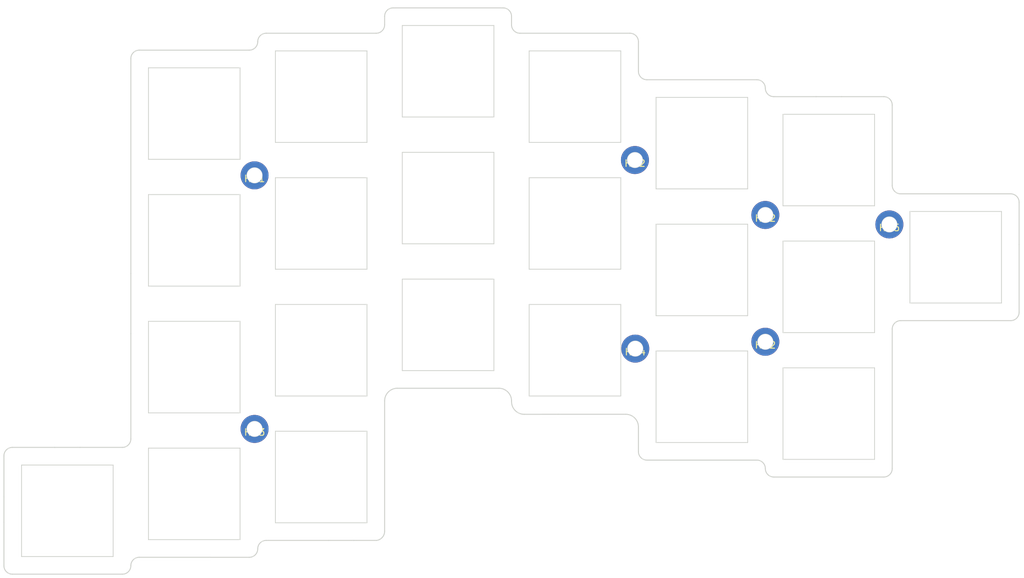
<source format=kicad_pcb>
(kicad_pcb (version 20211014) (generator pcbnew)
  (layers (0 "F.Cu" signal) (31 "B.Cu" signal) (34 "B.Paste" user) (35 "F.Paste" user) (36 "B.SilkS" user "B.Silkscreen") (37 "F.SilkS" user "F.Silkscreen") (38 "B.Mask" user) (39 "F.Mask" user) (44 "Edge.Cuts" user))
  (net 0 "")
  (net 1 "GND")
  (footprint "kbd:SW_Hole_Plastic" (layer "F.Cu") (at 88.9 86.36)
    (fp_text reference "SW13" hide)
    (fp_text value "SW_PUSH" hide)
    (fp_line (start -6.875 -6.875) (end -6.875 6.875) (layer "Edge.Cuts") (width 0.12))
    (fp_line (start 6.875 -6.875) (end -6.875 -6.875) (layer "Edge.Cuts") (width 0.12))
    (fp_line (start 6.875 6.875) (end 6.875 -6.875) (layer "Edge.Cuts") (width 0.12))
    (fp_line (start -6.875 6.875) (end 6.875 6.875) (layer "Edge.Cuts") (width 0.12))
  )
  (footprint "kbd:SW_Hole_Plastic" (layer "F.Cu") (at 165.1 76.2)
    (fp_text reference "SW22" hide)
    (fp_text value "SW_PUSH" hide)
    (fp_line (start -6.875 -6.875) (end -6.875 6.875) (layer "Edge.Cuts") (width 0.12))
    (fp_line (start 6.875 6.875) (end 6.875 -6.875) (layer "Edge.Cuts") (width 0.12))
    (fp_line (start 6.875 -6.875) (end -6.875 -6.875) (layer "Edge.Cuts") (width 0.12))
    (fp_line (start -6.875 6.875) (end 6.875 6.875) (layer "Edge.Cuts") (width 0.12))
  )
  (footprint "kbd:SW_Hole_Plastic" (layer "F.Cu") (at 146.05 99.695)
    (fp_text reference "SW21" hide)
    (fp_text value "SW_PUSH" hide)
    (fp_line (start -6.875 6.875) (end 6.875 6.875) (layer "Edge.Cuts") (width 0.12))
    (fp_line (start 6.875 -6.875) (end -6.875 -6.875) (layer "Edge.Cuts") (width 0.12))
    (fp_line (start 6.875 6.875) (end 6.875 -6.875) (layer "Edge.Cuts") (width 0.12))
    (fp_line (start -6.875 -6.875) (end -6.875 6.875) (layer "Edge.Cuts") (width 0.12))
  )
  (footprint "kbd:SW_Hole_Plastic" (layer "F.Cu") (at 146.05 80.645)
    (fp_text reference "SW20" hide)
    (fp_text value "SW_PUSH" hide)
    (fp_line (start 6.875 -6.875) (end -6.875 -6.875) (layer "Edge.Cuts") (width 0.12))
    (fp_line (start -6.875 6.875) (end 6.875 6.875) (layer "Edge.Cuts") (width 0.12))
    (fp_line (start 6.875 6.875) (end 6.875 -6.875) (layer "Edge.Cuts") (width 0.12))
    (fp_line (start -6.875 -6.875) (end -6.875 6.875) (layer "Edge.Cuts") (width 0.12))
  )
  (footprint "kbd:SW_Hole_Plastic" (layer "F.Cu") (at 146.05 61.595)
    (fp_text reference "SW19" hide)
    (fp_text value "SW_PUSH" hide)
    (fp_line (start -6.875 6.875) (end 6.875 6.875) (layer "Edge.Cuts") (width 0.12))
    (fp_line (start 6.875 -6.875) (end -6.875 -6.875) (layer "Edge.Cuts") (width 0.12))
    (fp_line (start 6.875 6.875) (end 6.875 -6.875) (layer "Edge.Cuts") (width 0.12))
    (fp_line (start -6.875 -6.875) (end -6.875 6.875) (layer "Edge.Cuts") (width 0.12))
  )
  (footprint "kbd:SW_Hole_Plastic" (layer "F.Cu") (at 31.75 114.295 180)
    (fp_text reference "SW18" hide)
    (fp_text value "SW_PUSH" hide)
    (fp_line (start -6.875 6.875) (end 6.875 6.875) (layer "Edge.Cuts") (width 0.12))
    (fp_line (start 6.875 6.875) (end 6.875 -6.875) (layer "Edge.Cuts") (width 0.12))
    (fp_line (start 6.875 -6.875) (end -6.875 -6.875) (layer "Edge.Cuts") (width 0.12))
    (fp_line (start -6.875 -6.875) (end -6.875 6.875) (layer "Edge.Cuts") (width 0.12))
  )
  (footprint "kbd:SW_Hole_Plastic" (layer "F.Cu") (at 69.85 109.22 180)
    (fp_text reference "SW17" hide)
    (fp_text value "SW_PUSH" hide)
    (fp_line (start -6.875 -6.875) (end -6.875 6.875) (layer "Edge.Cuts") (width 0.12))
    (fp_line (start -6.875 6.875) (end 6.875 6.875) (layer "Edge.Cuts") (width 0.12))
    (fp_line (start 6.875 -6.875) (end -6.875 -6.875) (layer "Edge.Cuts") (width 0.12))
    (fp_line (start 6.875 6.875) (end 6.875 -6.875) (layer "Edge.Cuts") (width 0.12))
  )
  (footprint "kbd:SW_Hole_Plastic" (layer "F.Cu") (at 50.8 111.76 180)
    (fp_text reference "SW16" hide)
    (fp_text value "SW_PUSH" hide)
    (fp_line (start 6.875 -6.875) (end -6.875 -6.875) (layer "Edge.Cuts") (width 0.12))
    (fp_line (start -6.875 -6.875) (end -6.875 6.875) (layer "Edge.Cuts") (width 0.12))
    (fp_line (start -6.875 6.875) (end 6.875 6.875) (layer "Edge.Cuts") (width 0.12))
    (fp_line (start 6.875 6.875) (end 6.875 -6.875) (layer "Edge.Cuts") (width 0.12))
  )
  (footprint "kbd:SW_Hole_Plastic" (layer "F.Cu") (at 127 97.155)
    (fp_text reference "SW15" hide)
    (fp_text value "SW_PUSH" hide)
    (fp_line (start -6.875 6.875) (end 6.875 6.875) (layer "Edge.Cuts") (width 0.12))
    (fp_line (start 6.875 -6.875) (end -6.875 -6.875) (layer "Edge.Cuts") (width 0.12))
    (fp_line (start -6.875 -6.875) (end -6.875 6.875) (layer "Edge.Cuts") (width 0.12))
    (fp_line (start 6.875 6.875) (end 6.875 -6.875) (layer "Edge.Cuts") (width 0.12))
  )
  (footprint "kbd:SW_Hole_Plastic" (layer "F.Cu") (at 107.95 90.17)
    (fp_text reference "SW14" hide)
    (fp_text value "SW_PUSH" hide)
    (fp_line (start 6.875 -6.875) (end -6.875 -6.875) (layer "Edge.Cuts") (width 0.12))
    (fp_line (start -6.875 -6.875) (end -6.875 6.875) (layer "Edge.Cuts") (width 0.12))
    (fp_line (start -6.875 6.875) (end 6.875 6.875) (layer "Edge.Cuts") (width 0.12))
    (fp_line (start 6.875 6.875) (end 6.875 -6.875) (layer "Edge.Cuts") (width 0.12))
  )
  (footprint "kbd:SW_Hole_Plastic" (layer "F.Cu") (at 50.8 54.61)
    (fp_text reference "SW1" hide)
    (fp_text value "SW_PUSH" hide)
    (fp_line (start 6.875 6.875) (end 6.875 -6.875) (layer "Edge.Cuts") (width 0.12))
    (fp_line (start -6.875 6.875) (end 6.875 6.875) (layer "Edge.Cuts") (width 0.12))
    (fp_line (start 6.875 -6.875) (end -6.875 -6.875) (layer "Edge.Cuts") (width 0.12))
    (fp_line (start -6.875 -6.875) (end -6.875 6.875) (layer "Edge.Cuts") (width 0.12))
  )
  (footprint "kbd:SW_Hole_Plastic" (layer "F.Cu") (at 69.85 90.17)
    (fp_text reference "SW12" hide)
    (fp_text value "SW_PUSH" hide)
    (fp_line (start -6.875 -6.875) (end -6.875 6.875) (layer "Edge.Cuts") (width 0.12))
    (fp_line (start -6.875 6.875) (end 6.875 6.875) (layer "Edge.Cuts") (width 0.12))
    (fp_line (start 6.875 -6.875) (end -6.875 -6.875) (layer "Edge.Cuts") (width 0.12))
    (fp_line (start 6.875 6.875) (end 6.875 -6.875) (layer "Edge.Cuts") (width 0.12))
  )
  (footprint "kbd:SW_Hole_Plastic" (layer "F.Cu") (at 50.8 92.71 180)
    (fp_text reference "SW11" hide)
    (fp_text value "SW_PUSH" hide)
    (fp_line (start -6.875 6.875) (end 6.875 6.875) (layer "Edge.Cuts") (width 0.12))
    (fp_line (start -6.875 -6.875) (end -6.875 6.875) (layer "Edge.Cuts") (width 0.12))
    (fp_line (start 6.875 -6.875) (end -6.875 -6.875) (layer "Edge.Cuts") (width 0.12))
    (fp_line (start 6.875 6.875) (end 6.875 -6.875) (layer "Edge.Cuts") (width 0.12))
  )
  (footprint "kbd:SW_Hole_Plastic" (layer "F.Cu") (at 127 78.105)
    (fp_text reference "SW10" hide)
    (fp_text value "SW_PUSH" hide)
    (fp_line (start -6.875 6.875) (end 6.875 6.875) (layer "Edge.Cuts") (width 0.12))
    (fp_line (start 6.875 6.875) (end 6.875 -6.875) (layer "Edge.Cuts") (width 0.12))
    (fp_line (start 6.875 -6.875) (end -6.875 -6.875) (layer "Edge.Cuts") (width 0.12))
    (fp_line (start -6.875 -6.875) (end -6.875 6.875) (layer "Edge.Cuts") (width 0.12))
  )
  (footprint "kbd:SW_Hole_Plastic" (layer "F.Cu") (at 107.95 71.12)
    (fp_text reference "SW9" hide)
    (fp_text value "SW_PUSH" hide)
    (fp_line (start -6.875 6.875) (end 6.875 6.875) (layer "Edge.Cuts") (width 0.12))
    (fp_line (start 6.875 6.875) (end 6.875 -6.875) (layer "Edge.Cuts") (width 0.12))
    (fp_line (start -6.875 -6.875) (end -6.875 6.875) (layer "Edge.Cuts") (width 0.12))
    (fp_line (start 6.875 -6.875) (end -6.875 -6.875) (layer "Edge.Cuts") (width 0.12))
  )
  (footprint "kbd:SW_Hole_Plastic" (layer "F.Cu") (at 88.9 67.31)
    (fp_text reference "SW8" hide)
    (fp_text value "SW_PUSH" hide)
    (fp_line (start -6.875 -6.875) (end -6.875 6.875) (layer "Edge.Cuts") (width 0.12))
    (fp_line (start 6.875 -6.875) (end -6.875 -6.875) (layer "Edge.Cuts") (width 0.12))
    (fp_line (start -6.875 6.875) (end 6.875 6.875) (layer "Edge.Cuts") (width 0.12))
    (fp_line (start 6.875 6.875) (end 6.875 -6.875) (layer "Edge.Cuts") (width 0.12))
  )
  (footprint "kbd:SW_Hole_Plastic" (layer "F.Cu") (at 69.85 71.12)
    (fp_text reference "SW7" hide)
    (fp_text value "SW_PUSH" hide)
    (fp_line (start 6.875 -6.875) (end -6.875 -6.875) (layer "Edge.Cuts") (width 0.12))
    (fp_line (start 6.875 6.875) (end 6.875 -6.875) (layer "Edge.Cuts") (width 0.12))
    (fp_line (start -6.875 6.875) (end 6.875 6.875) (layer "Edge.Cuts") (width 0.12))
    (fp_line (start -6.875 -6.875) (end -6.875 6.875) (layer "Edge.Cuts") (width 0.12))
  )
  (footprint "kbd:SW_Hole_Plastic" (layer "F.Cu") (at 50.8 73.66)
    (fp_text reference "SW6" hide)
    (fp_text value "SW_PUSH" hide)
    (fp_line (start -6.875 6.875) (end 6.875 6.875) (layer "Edge.Cuts") (width 0.12))
    (fp_line (start 6.875 6.875) (end 6.875 -6.875) (layer "Edge.Cuts") (width 0.12))
    (fp_line (start -6.875 -6.875) (end -6.875 6.875) (layer "Edge.Cuts") (width 0.12))
    (fp_line (start 6.875 -6.875) (end -6.875 -6.875) (layer "Edge.Cuts") (width 0.12))
  )
  (footprint "kbd:SW_Hole_Plastic" (layer "F.Cu") (at 127 59.055)
    (fp_text reference "SW5" hide)
    (fp_text value "SW_PUSH" hide)
    (fp_line (start 6.875 6.875) (end 6.875 -6.875) (layer "Edge.Cuts") (width 0.12))
    (fp_line (start -6.875 -6.875) (end -6.875 6.875) (layer "Edge.Cuts") (width 0.12))
    (fp_line (start 6.875 -6.875) (end -6.875 -6.875) (layer "Edge.Cuts") (width 0.12))
    (fp_line (start -6.875 6.875) (end 6.875 6.875) (layer "Edge.Cuts") (width 0.12))
  )
  (footprint "kbd:SW_Hole_Plastic" (layer "F.Cu") (at 107.95 52.07)
    (fp_text reference "SW4" hide)
    (fp_text value "SW_PUSH" hide)
    (fp_line (start 6.875 -6.875) (end -6.875 -6.875) (layer "Edge.Cuts") (width 0.12))
    (fp_line (start -6.875 6.875) (end 6.875 6.875) (layer "Edge.Cuts") (width 0.12))
    (fp_line (start -6.875 -6.875) (end -6.875 6.875) (layer "Edge.Cuts") (width 0.12))
    (fp_line (start 6.875 6.875) (end 6.875 -6.875) (layer "Edge.Cuts") (width 0.12))
  )
  (footprint "kbd:SW_Hole_Plastic" (layer "F.Cu") (at 88.9 48.26)
    (fp_text reference "SW3" hide)
    (fp_text value "SW_PUSH" hide)
    (fp_line (start 6.875 -6.875) (end -6.875 -6.875) (layer "Edge.Cuts") (width 0.12))
    (fp_line (start 6.875 6.875) (end 6.875 -6.875) (layer "Edge.Cuts") (width 0.12))
    (fp_line (start -6.875 -6.875) (end -6.875 6.875) (layer "Edge.Cuts") (width 0.12))
    (fp_line (start -6.875 6.875) (end 6.875 6.875) (layer "Edge.Cuts") (width 0.12))
  )
  (footprint "kbd:SW_Hole_Plastic" (layer "F.Cu") (at 69.85 52.07)
    (fp_text reference "SW2" hide)
    (fp_text value "SW_PUSH" hide)
    (fp_line (start 6.875 6.875) (end 6.875 -6.875) (layer "Edge.Cuts") (width 0.12))
    (fp_line (start 6.875 -6.875) (end -6.875 -6.875) (layer "Edge.Cuts") (width 0.12))
    (fp_line (start -6.875 -6.875) (end -6.875 6.875) (layer "Edge.Cuts") (width 0.12))
    (fp_line (start -6.875 6.875) (end 6.875 6.875) (layer "Edge.Cuts") (width 0.12))
  )
  (footprint "kbd:M2_Hole_TH_mod" (layer "F.Cu") (at 59.85 101.995)
    (fp_text reference "HM3" (at 0 0.5) (layer "F.SilkS"))
    (fp_text value "CaseHole")
    (fp_circle (center 0 0) (end 1.15 0) (layer "Edge.Cuts") (width 0.1) (fill none))
    (pad "" thru_hole circle (at 0 0) (size 4.2 4.2) (drill 2.3) (layers *.Cu *.Mask))
  )
  (footprint "kbd:M2_Hole_TH_mod" (layer "F.Cu") (at 155.145948 71.270959)
    (fp_text reference "HM5" (at 0 0.5) (layer "F.SilkS"))
    (fp_text value "CaseHole")
    (fp_circle (center 0 0) (end 1.15 0) (layer "Edge.Cuts") (width 0.1) (fill none))
    (pad "" thru_hole circle (at 0 0) (size 4.2 4.2) (drill 2.3) (layers *.Cu *.Mask))
  )
  (footprint "kbd:M2_Hole_TH_mod" (layer "F.Cu") (at 116.95 61.595)
    (fp_text reference "HM2" (at 0 0.5) (layer "F.SilkS"))
    (fp_text value "CaseHole")
    (fp_circle (center 0 0) (end 1.15 0) (layer "Edge.Cuts") (width 0.1) (fill none))
    (pad "" thru_hole circle (at 0 0) (size 4.2 4.2) (drill 2.3) (layers *.Cu *.Mask))
  )
  (footprint "kbd:M2_Hole_TH_mod" (layer "F.Cu") (at 117 89.93)
    (fp_text reference "HM4" (at 0 0.5) (layer "F.SilkS"))
    (fp_text value "CaseHole")
    (fp_circle (center 0 0) (end 1.15 0) (layer "Edge.Cuts") (width 0.1) (fill none))
    (pad "" thru_hole circle (at 0 0) (size 4.2 4.2) (drill 2.3) (layers *.Cu *.Mask))
  )
  (footprint "kbd:M2_Hole_TH_mod" (layer "F.Cu") (at 136.525 69.85)
    (fp_text reference "HM2" (at 0 0.5) (layer "F.SilkS"))
    (fp_text value "CaseHole")
    (fp_circle (center 0 0) (end 1.15 0) (layer "Edge.Cuts") (width 0.1) (fill none))
    (pad "" thru_hole circle (at 0 0) (size 4.2 4.2) (drill 2.3) (layers *.Cu *.Mask))
  )
  (footprint "kbd:M2_Hole_TH_mod" (layer "F.Cu") (at 136.525 88.9)
    (fp_text reference "HM2" (at 0 0.5) (layer "F.SilkS"))
    (fp_text value "CaseHole")
    (fp_circle (center 0 0) (end 1.15 0) (layer "Edge.Cuts") (width 0.1) (fill none))
    (pad "" thru_hole circle (at 0 0) (size 4.2 4.2) (drill 2.3) (layers *.Cu *.Mask))
  )
  (footprint "kbd:M2_Hole_TH_mod" (layer "F.Cu") (at 59.85 63.895)
    (fp_text reference "HM1" (at 0 0.5) (layer "F.SilkS"))
    (fp_text value "CaseHole")
    (fp_circle (center 0 0) (end 1.15 0) (layer "Edge.Cuts") (width 0.1) (fill none))
    (pad "" thru_hole circle (at 0 0) (size 4.2 4.2) (drill 2.3) (layers *.Cu *.Mask))
  )
  (gr_arc (start 97.155 38.735) (mid 98.053026 39.106974) (end 98.425 40.005) (layer "Edge.Cuts") (width 0.15))
  (gr_arc (start 99.695 42.545) (mid 98.796974 42.173026) (end 98.425 41.275) (layer "Edge.Cuts") (width 0.15))
  (gr_arc (start 116.205 42.545) (mid 117.103026 42.916974) (end 117.475 43.815) (layer "Edge.Cuts") (width 0.15))
  (gr_arc (start 118.745 49.53) (mid 117.846974 49.158026) (end 117.475 48.26) (layer "Edge.Cuts") (width 0.15))
  (gr_arc (start 118.745 106.68) (mid 117.846974 106.308026) (end 117.475 105.41) (layer "Edge.Cuts") (width 0.15))
  (gr_arc (start 174.625 84.455) (mid 174.253026 85.353026) (end 173.355 85.725) (layer "Edge.Cuts") (width 0.15))
  (gr_arc (start 173.355 66.675) (mid 174.253026 67.046974) (end 174.625 67.945) (layer "Edge.Cuts") (width 0.15))
  (gr_arc (start 79.375 117.365) (mid 79.0378 118.27477) (end 78.189113 118.745) (layer "Edge.Cuts") (width 0.15))
  (gr_arc (start 154.305 52.07) (mid 155.203026 52.441974) (end 155.575 53.34) (layer "Edge.Cuts") (width 0.15))
  (gr_arc (start 41.275 122.55) (mid 40.903026 123.448026) (end 40.005 123.82) (layer "Edge.Cuts") (width 0.15))
  (gr_arc (start 155.575 107.95) (mid 155.203026 108.848026) (end 154.305 109.22) (layer "Edge.Cuts") (width 0.15))
  (gr_arc (start 137.795 109.22) (mid 136.896974 108.848026) (end 136.525 107.95) (layer "Edge.Cuts") (width 0.15))
  (gr_arc (start 60.325 120.015) (mid 59.953026 120.913026) (end 59.055 121.285) (layer "Edge.Cuts") (width 0.15))
  (gr_arc (start 60.325 120.015) (mid 60.696974 119.116974) (end 61.595 118.745) (layer "Edge.Cuts") (width 0.15))
  (gr_arc (start 79.375 40.005) (mid 79.746974 39.106974) (end 80.645 38.735) (layer "Edge.Cuts") (width 0.15))
  (gr_arc (start 22.225 106.04) (mid 22.596974 105.141974) (end 23.495 104.77) (layer "Edge.Cuts") (width 0.15))
  (gr_arc (start 100.332038 99.797962) (mid 98.985 99.24) (end 98.427038 97.892962) (layer "Edge.Cuts") (width 0.15))
  (gr_arc (start 79.375 41.275) (mid 79.003026 42.173026) (end 78.105 42.545) (layer "Edge.Cuts") (width 0.15))
  (gr_line (start 120.015 106.68) (end 118.745 106.68) (layer "Edge.Cuts") (width 0.15))
  (gr_line (start 96.522038 95.885) (end 81.28 95.885) (layer "Edge.Cuts") (width 0.15))
  (gr_line (start 78.189113 118.745) (end 74.765 118.745) (layer "Edge.Cuts") (width 0.15))
  (gr_line (start 41.275 103.5) (end 41.275 87.695) (layer "Edge.Cuts") (width 0.15))
  (gr_line (start 155.575 86.995) (end 155.575 107.95) (layer "Edge.Cuts") (width 0.15))
  (gr_line (start 98.427038 97.79) (end 98.427038 97.892962) (layer "Edge.Cuts") (width 0.15))
  (gr_line (start 41.275 78.645) (end 41.275 46.355) (layer "Edge.Cuts") (width 0.15))
  (gr_line (start 22.225 106.04) (end 22.225 112.225) (layer "Edge.Cuts") (width 0.15))
  (gr_line (start 117.475 105.41) (end 117.475 101.7) (layer "Edge.Cuts") (width 0.15))
  (gr_arc (start 96.522038 95.885) (mid 97.869076 96.442962) (end 98.427038 97.79) (layer "Edge.Cuts") (width 0.15))
  (gr_line (start 29.845 104.77) (end 23.495 104.77) (layer "Edge.Cuts") (width 0.15))
  (gr_arc (start 23.495 123.82) (mid 22.596974 123.448026) (end 22.225 122.55) (layer "Edge.Cuts") (width 0.15))
  (gr_line (start 29.845 104.77) (end 33.655 104.77) (layer "Edge.Cuts") (width 0.15))
  (gr_line (start 115.57 99.795) (end 105.41 99.795) (layer "Edge.Cuts") (width 0.15))
  (gr_arc (start 79.375 97.79) (mid 79.932962 96.442962) (end 81.28 95.885) (layer "Edge.Cuts") (width 0.15))
  (gr_line (start 99.695 42.545) (end 116.205 42.545) (layer "Edge.Cuts") (width 0.15))
  (gr_line (start 74.765 118.745) (end 70.965 118.745) (layer "Edge.Cuts") (width 0.15))
  (gr_line (start 156.845 85.725) (end 173.355 85.725) (layer "Edge.Cuts") (width 0.15))
  (gr_line (start 147.955 52.07) (end 154.305 52.07) (layer "Edge.Cuts") (width 0.15))
  (gr_line (start 41.275 87.695) (end 41.275 78.645) (layer "Edge.Cuts") (width 0.15))
  (gr_line (start 59.055 121.285) (end 42.545 121.28) (layer "Edge.Cuts") (width 0.15))
  (gr_line (start 105.41 99.795) (end 100.332038 99.797962) (layer "Edge.Cuts") (width 0.15))
  (gr_line (start 79.375 40.005) (end 79.375 41.275) (layer "Edge.Cuts") (width 0.15))
  (gr_line (start 59.055 45.085) (end 42.545 45.085) (layer "Edge.Cuts") (width 0.15))
  (gr_line (start 154.305 109.22) (end 137.795 109.22) (layer "Edge.Cuts") (width 0.15))
  (gr_arc (start 41.275 103.5) (mid 40.903026 104.398026) (end 40.005 104.77) (layer "Edge.Cuts") (width 0.15))
  (gr_line (start 174.625 67.945) (end 174.625 74.295) (layer "Edge.Cuts") (width 0.15))
  (gr_arc (start 156.845 66.674974) (mid 155.946974 66.303) (end 155.575 65.404974) (layer "Edge.Cuts") (width 0.15))
  (gr_line (start 97.155 38.735) (end 80.645 38.735) (layer "Edge.Cuts") (width 0.15))
  (gr_line (start 79.375 97.79) (end 79.375 117.365) (layer "Edge.Cuts") (width 0.15))
  (gr_arc (start 135.255 106.68) (mid 136.153026 107.051974) (end 136.525 107.95) (layer "Edge.Cuts") (width 0.15))
  (gr_arc (start 115.57 99.795) (mid 116.917038 100.352962) (end 117.475 101.7) (layer "Edge.Cuts") (width 0.15))
  (gr_arc (start 135.255 49.53) (mid 136.153026 49.901974) (end 136.525 50.8) (layer "Edge.Cuts") (width 0.15))
  (gr_line (start 117.475 43.815) (end 117.475 48.26) (layer "Edge.Cuts") (width 0.15))
  (gr_line (start 33.655 104.77) (end 40.005 104.77) (layer "Edge.Cuts") (width 0.15))
  (gr_line (start 174.625 84.455) (end 174.625 74.295) (layer "Edge.Cuts") (width 0.15))
  (gr_line (start 22.225 116.025) (end 22.225 122.55) (layer "Edge.Cuts") (width 0.15))
  (gr_arc (start 41.275 122.55) (mid 41.646974 121.651974) (end 42.545 121.28) (layer "Edge.Cuts") (width 0.15))
  (gr_line (start 155.575 53.34) (end 155.575 65.404974) (layer "Edge.Cuts") (width 0.15))
  (gr_arc (start 60.325 43.815) (mid 60.696974 42.916974) (end 61.595 42.545) (layer "Edge.Cuts") (width 0.15))
  (gr_line (start 144.145 52.07) (end 137.795 52.07) (layer "Edge.Cuts") (width 0.15))
  (gr_line (start 70.965 118.745) (end 61.595 118.745) (layer "Edge.Cuts") (width 0.15))
  (gr_line (start 22.225 116.025) (end 22.225 112.225) (layer "Edge.Cuts") (width 0.15))
  (gr_line (start 23.495 123.82) (end 40.005 123.82) (layer "Edge.Cuts") (width 0.15))
  (gr_line (start 156.845 66.674974) (end 173.355 66.675) (layer "Edge.Cuts") (width 0.15))
  (gr_line (start 135.255 106.68) (end 120.015 106.68) (layer "Edge.Cuts") (width 0.15))
  (gr_line (start 118.745 49.53) (end 135.255 49.53) (layer "Edge.Cuts") (width 0.15))
  (gr_arc (start 137.795 52.07) (mid 136.896974 51.698026) (end 136.525 50.8) (layer "Edge.Cuts") (width 0.15))
  (gr_arc (start 155.575 86.995) (mid 155.946974 86.096974) (end 156.845 85.725) (layer "Edge.Cuts") (width 0.15))
  (gr_line (start 78.105 42.545) (end 61.595 42.545) (layer "Edge.Cuts") (width 0.15))
  (gr_line (start 98.425 40.005) (end 98.425 41.275) (layer "Edge.Cuts") (width 0.15))
  (gr_arc (start 60.325 43.815) (mid 59.953026 44.713026) (end 59.055 45.085) (layer "Edge.Cuts") (width 0.15))
  (gr_arc (start 41.275 46.355) (mid 41.646974 45.456974) (end 42.545 45.085) (layer "Edge.Cuts") (width 0.15))
  (gr_line (start 144.145 52.07) (end 147.955 52.07) (layer "Edge.Cuts") (width 0.15))
)
</source>
